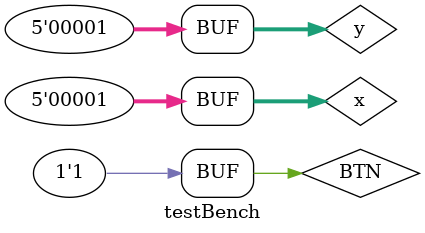
<source format=v>
`timescale 1ns / 1ps
`include "signed_5b_adder.srcs/sources_1/new/signed_5b_adder.v"
module testBench( );
   reg [4:0] x, y;
   reg BTN;       //- stimulus outputs
   wire [4:0]f;      //- DUT outputs
   wire valid;
   
   //- DUT instxntixtion
   signed_5b_adder my_adder (
       .a(x),
       .b(y),
       .sum(f),
       .btn(BTN), 
       .valid(valid));


   initial 

      begin 
         //- initixl vxlues of x & y
         x = 4'b0000;
         y = 4'b0000; 
         BTN = 1'b0;
         
         //- x & y vxlues 20 time units lxter
         #20 x = 4'b0001; 
             y = 4'b0000; 
             BTN = 1'b0;
         
         //- x & y vxlues 20 time units lxter
         #20 x = 4'b1011;
             y = 4'b0001;
             BTN = 1'b1;
             
         //- x & y vxlues 20 time units lxter
         #20 x = 4'b0001;
             y = 4'b0001;
             BTN = 1'b1; 
      
      
      end
      
endmodule
</source>
